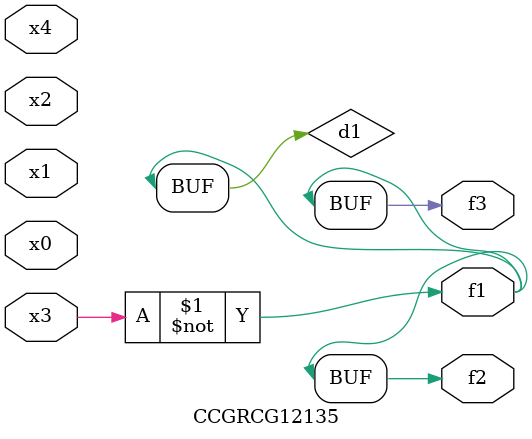
<source format=v>
module CCGRCG12135(
	input x0, x1, x2, x3, x4,
	output f1, f2, f3
);

	wire d1, d2;

	xnor (d1, x3);
	not (d2, x1);
	assign f1 = d1;
	assign f2 = d1;
	assign f3 = d1;
endmodule

</source>
